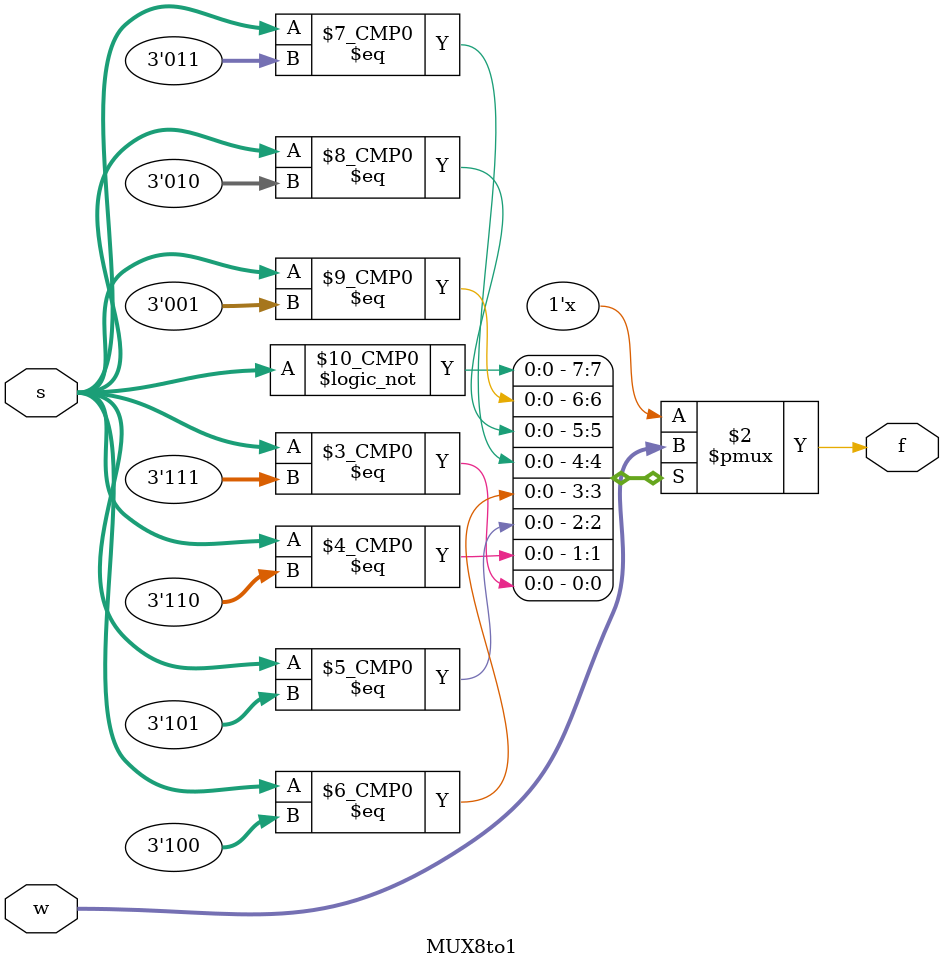
<source format=v>
module MUX8to1(w,s,f);

input [0:7] w;
input [2:0] s;
output reg f;

always @(*)begin
    case(s)
    0: f = w[0];
    1: f = w[1];
    2: f = w[2];
    3: f = w[3];
    4: f = w[4];
    5: f = w[5];
    6: f = w[6];
    7: f = w[7];
    endcase
end
endmodule
</source>
